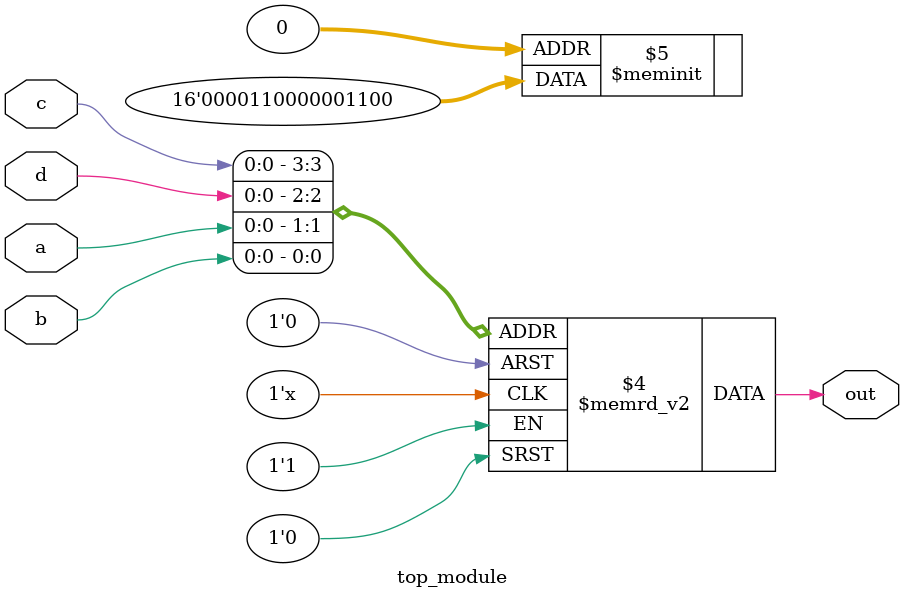
<source format=sv>
module top_module (
    input a, 
    input b,
    input c,
    input d,
    output reg out
);

always @(*) begin
    case ({c, d, a, b})
        4'b0000, 4'b0001,                    // d, 0
        4'b0100, 4'b0101,                    // 0, 0
        4'b1100, 4'b1110, 4'b1111,           // 0, 1, 1
        4'b1000, 4'b1001: out = 0;           // 0, 1
        4'b0010, 4'b0011,                    // 1, 1
        4'b1010, 4'b1011: out = 1;           // 1, 1
        default: out = 0;                    // Default to 0 for simplicity
    endcase
end

endmodule

</source>
